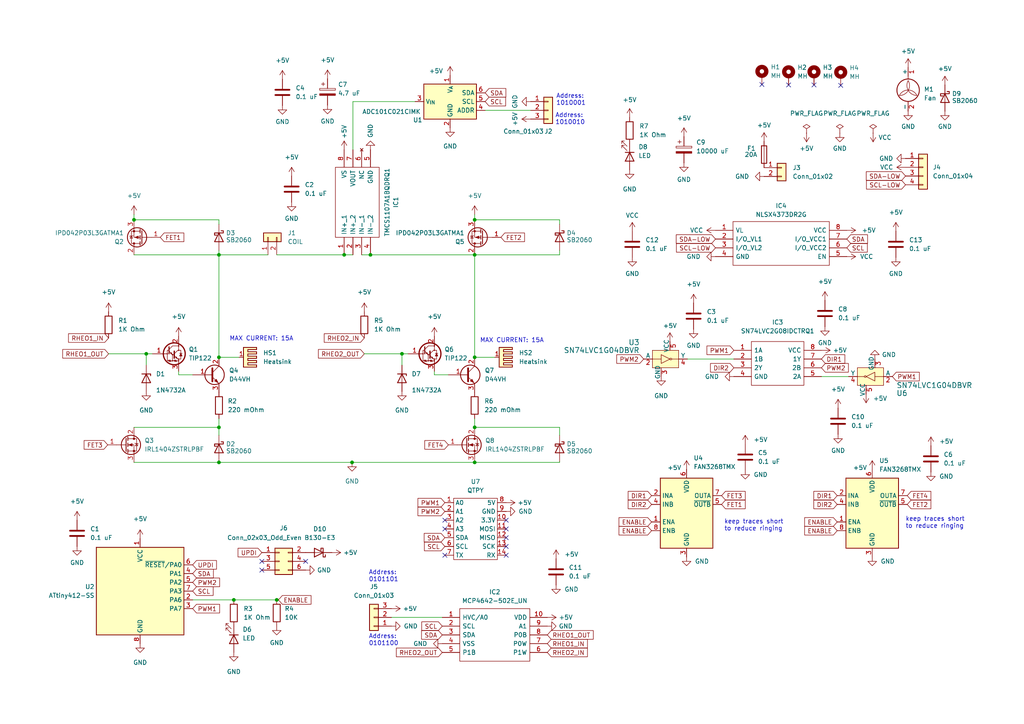
<source format=kicad_sch>
(kicad_sch (version 20211123) (generator eeschema)
  (paper "A4")
  (junction (at 38.862 63.754))
  (junction (at 63.5 123.952))
  (junction (at 116.586 102.616))
  (junction (at 67.818 173.99))
  (junction (at 137.668 73.914))
  (junction (at 137.668 134.112))
  (junction (at 107.442 73.914))
  (junction (at 99.822 73.914))
  (junction (at 42.418 102.616))
  (junction (at 63.5 73.914))
  (junction (at 80.264 173.99))
  (junction (at 137.668 63.754))
  (junction (at 137.668 103.632))
  (junction (at 102.108 134.112))
  (junction (at 63.5 103.632))
  (junction (at 137.668 123.952))
  (junction (at 63.5 134.112))
  (no_connect (at 75.946 162.814))
  (no_connect (at 88.646 162.814))
  (no_connect (at 75.946 165.354))
  (no_connect (at 220.98 24.511))
  (no_connect (at 228.727 24.638))
  (no_connect (at 236.093 24.638))
  (no_connect (at 243.84 24.765))
  (no_connect (at 129.032 161.036))
  (no_connect (at 129.032 153.416))
  (no_connect (at 129.032 150.876))
  (no_connect (at 146.812 150.876))
  (no_connect (at 146.812 153.416))
  (no_connect (at 146.812 155.956))
  (no_connect (at 146.812 158.496))
  (no_connect (at 146.812 161.036))
  (wire (pts (xy 113.538 179.07) (xy 128.27 179.07)))
  (wire (pts (xy 63.5 103.632) (xy 69.342 103.632)))
  (wire (pts (xy 137.668 123.952) (xy 162.306 123.952)))
  (wire (pts (xy 105.664 102.616) (xy 116.586 102.616)))
  (wire (pts (xy 137.668 62.23) (xy 137.668 63.754)))
  (wire (pts (xy 137.668 73.914) (xy 162.306 73.914)))
  (wire (pts (xy 67.818 173.99) (xy 80.264 173.99)))
  (wire (pts (xy 102.362 43.434) (xy 102.362 29.464)))
  (wire (pts (xy 42.418 102.616) (xy 44.196 102.616)))
  (wire (pts (xy 102.362 29.464) (xy 120.396 29.464)))
  (wire (pts (xy 153.924 32.004) (xy 140.716 32.004)))
  (wire (pts (xy 38.862 62.23) (xy 38.862 63.754)))
  (wire (pts (xy 51.816 108.712) (xy 51.816 107.696)))
  (wire (pts (xy 63.5 73.914) (xy 77.724 73.914)))
  (wire (pts (xy 38.862 73.914) (xy 63.5 73.914)))
  (wire (pts (xy 130.048 108.712) (xy 125.984 108.712)))
  (wire (pts (xy 99.822 73.914) (xy 102.362 73.914)))
  (wire (pts (xy 31.496 102.616) (xy 42.418 102.616)))
  (wire (pts (xy 107.442 73.914) (xy 137.668 73.914)))
  (wire (pts (xy 38.862 63.754) (xy 63.5 63.754)))
  (wire (pts (xy 137.668 134.112) (xy 162.306 134.112)))
  (wire (pts (xy 80.264 173.99) (xy 80.772 173.99)))
  (wire (pts (xy 104.902 73.914) (xy 107.442 73.914)))
  (wire (pts (xy 137.668 73.914) (xy 137.668 103.632)))
  (wire (pts (xy 63.5 65.024) (xy 63.5 63.754)))
  (wire (pts (xy 63.5 133.858) (xy 63.5 134.112)))
  (wire (pts (xy 162.306 65.024) (xy 162.306 63.754)))
  (wire (pts (xy 80.264 73.914) (xy 99.822 73.914)))
  (wire (pts (xy 63.5 126.238) (xy 63.5 123.952)))
  (wire (pts (xy 125.984 108.712) (xy 125.984 107.696)))
  (wire (pts (xy 238.252 109.22) (xy 246.126 109.22)))
  (wire (pts (xy 137.668 121.412) (xy 137.668 123.952)))
  (wire (pts (xy 55.88 108.712) (xy 51.816 108.712)))
  (wire (pts (xy 116.586 102.616) (xy 116.586 105.918)))
  (wire (pts (xy 63.5 73.914) (xy 63.5 72.644)))
  (wire (pts (xy 137.668 63.754) (xy 162.306 63.754)))
  (wire (pts (xy 162.306 126.238) (xy 162.306 123.952)))
  (wire (pts (xy 38.862 134.112) (xy 63.5 134.112)))
  (wire (pts (xy 116.586 102.616) (xy 118.364 102.616)))
  (wire (pts (xy 199.39 104.14) (xy 212.852 104.14)))
  (wire (pts (xy 102.108 134.112) (xy 137.668 134.112)))
  (wire (pts (xy 63.5 121.412) (xy 63.5 123.952)))
  (wire (pts (xy 38.862 123.952) (xy 63.5 123.952)))
  (wire (pts (xy 162.306 73.914) (xy 162.306 72.644)))
  (wire (pts (xy 42.418 102.616) (xy 42.418 105.918)))
  (wire (pts (xy 63.5 73.914) (xy 63.5 103.632)))
  (wire (pts (xy 55.88 173.99) (xy 67.818 173.99)))
  (wire (pts (xy 137.668 103.632) (xy 143.51 103.632)))
  (wire (pts (xy 162.306 133.858) (xy 162.306 134.112)))
  (wire (pts (xy 63.5 134.112) (xy 102.108 134.112)))
  (text "Address:\n0101101" (at 106.934 168.91 0) (effects (font (size 1.27 1.27)) (justify left bottom)))
  (text "MAX CURRENT: 15A" (at 139.192 99.568 0) (effects (font (size 1.27 1.27)) (justify left bottom)))
  (text "keep traces short\nto reduce ringing" (at 210.058 154.178 0) (effects (font (size 1.27 1.27)) (justify left bottom)))
  (text "Address:\n1010001" (at 161.29 30.734 0) (effects (font (size 1.27 1.27)) (justify left bottom)))
  (text "Address:\n1010010" (at 161.036 36.322 0) (effects (font (size 1.27 1.27)) (justify left bottom)))
  (text "MAX CURRENT: 15A" (at 66.548 99.06 0) (effects (font (size 1.27 1.27)) (justify left bottom)))
  (text "keep traces short\nto reduce ringing" (at 262.636 153.416 0) (effects (font (size 1.27 1.27)) (justify left bottom)))
  (text "Address:\n0101100" (at 106.934 187.452 0) (effects (font (size 1.27 1.27)) (justify left bottom)))
  (global_label "UPDI" (shape input) (at 75.946 160.274 180) (property "Intersheet References" "${INTERSHEET_REFS}" (effects hide)))
  (global_label "RHEO2_OUT" (shape input) (at 105.664 102.616 180) (property "Intersheet References" "${INTERSHEET_REFS}" (effects hide)))
  (global_label "RHEO1_IN" (shape input) (at 158.75 186.69 0) (property "Intersheet References" "${INTERSHEET_REFS}" (effects hide)))
  (global_label "FET2" (shape input) (at 145.288 68.834 0) (property "Intersheet References" "${INTERSHEET_REFS}" (effects hide)))
  (global_label "DIR2" (shape input) (at 188.976 146.304 180) (property "Intersheet References" "${INTERSHEET_REFS}" (effects hide)))
  (global_label "RHEO2_IN" (shape input) (at 158.75 189.23 0) (property "Intersheet References" "${INTERSHEET_REFS}" (effects hide)))
  (global_label "RHEO2_IN" (shape input) (at 105.664 98.044 180) (property "Intersheet References" "${INTERSHEET_REFS}" (effects hide)))
  (global_label "ENABLE" (shape input) (at 242.824 151.384 180) (property "Intersheet References" "${INTERSHEET_REFS}" (effects hide)))
  (global_label "PWM2" (shape input) (at 129.032 148.336 180) (property "Intersheet References" "${INTERSHEET_REFS}" (effects hide)))
  (global_label "DIR1" (shape input) (at 242.824 143.764 180) (property "Intersheet References" "${INTERSHEET_REFS}" (effects hide)))
  (global_label "SDA-LOW" (shape input) (at 262.636 51.054 180) (property "Intersheet References" "${INTERSHEET_REFS}" (effects hide)))
  (global_label "SCL-LOW" (shape input) (at 262.636 53.594 180) (property "Intersheet References" "${INTERSHEET_REFS}" (effects hide)))
  (global_label "RHEO1_IN" (shape input) (at 31.496 98.044 180) (property "Intersheet References" "${INTERSHEET_REFS}" (effects hide)))
  (global_label "PWM2" (shape input) (at 55.88 168.91 0) (property "Intersheet References" "${INTERSHEET_REFS}" (effects hide)))
  (global_label "PWM1" (shape input) (at 55.88 176.53 0) (property "Intersheet References" "${INTERSHEET_REFS}" (effects hide)))
  (global_label "RHEO1_OUT" (shape input) (at 158.75 184.15 0) (property "Intersheet References" "${INTERSHEET_REFS}" (effects hide)))
  (global_label "FET3" (shape input) (at 31.242 129.032 180) (property "Intersheet References" "${INTERSHEET_REFS}" (effects hide)))
  (global_label "SCL" (shape input) (at 129.032 158.496 180) (property "Intersheet References" "${INTERSHEET_REFS}" (effects hide)))
  (global_label "FET2" (shape input) (at 263.144 146.304 0) (property "Intersheet References" "${INTERSHEET_REFS}" (effects hide)))
  (global_label "PWM2" (shape input) (at 186.69 104.14 180) (property "Intersheet References" "${INTERSHEET_REFS}" (effects hide)))
  (global_label "SCL" (shape input) (at 140.716 29.464 0) (property "Intersheet References" "${INTERSHEET_REFS}" (effects hide)))
  (global_label "SDA" (shape input) (at 245.618 69.342 0) (property "Intersheet References" "${INTERSHEET_REFS}" (effects hide)))
  (global_label "ENABLE" (shape input) (at 188.976 151.384 180) (property "Intersheet References" "${INTERSHEET_REFS}" (effects hide)))
  (global_label "SDA" (shape input) (at 128.27 184.15 180) (property "Intersheet References" "${INTERSHEET_REFS}" (effects hide)))
  (global_label "SDA" (shape input) (at 140.716 26.924 0) (property "Intersheet References" "${INTERSHEET_REFS}" (effects hide)))
  (global_label "FET3" (shape input) (at 209.296 143.764 0) (property "Intersheet References" "${INTERSHEET_REFS}" (effects hide)))
  (global_label "ENABLE" (shape input) (at 242.824 153.924 180) (property "Intersheet References" "${INTERSHEET_REFS}" (effects hide)))
  (global_label "DIR1" (shape input) (at 238.252 104.14 0) (property "Intersheet References" "${INTERSHEET_REFS}" (effects hide)))
  (global_label "PWM1" (shape input) (at 212.852 101.6 180) (property "Intersheet References" "${INTERSHEET_REFS}" (effects hide)))
  (global_label "RHEO2_OUT" (shape input) (at 128.27 189.23 180) (property "Intersheet References" "${INTERSHEET_REFS}" (effects hide)))
  (global_label "FET1" (shape input) (at 209.296 146.304 0) (property "Intersheet References" "${INTERSHEET_REFS}" (effects hide)))
  (global_label "PWM1" (shape input) (at 258.826 109.22 0) (property "Intersheet References" "${INTERSHEET_REFS}" (effects hide)))
  (global_label "PWM2" (shape input) (at 238.252 106.68 0) (property "Intersheet References" "${INTERSHEET_REFS}" (effects hide)))
  (global_label "FET4" (shape input) (at 263.144 143.764 0) (property "Intersheet References" "${INTERSHEET_REFS}" (effects hide)))
  (global_label "DIR1" (shape input) (at 188.976 143.764 180) (property "Intersheet References" "${INTERSHEET_REFS}" (effects hide)))
  (global_label "SDA" (shape input) (at 129.032 155.956 180) (property "Intersheet References" "${INTERSHEET_REFS}" (effects hide)))
  (global_label "FET1" (shape input) (at 46.482 68.834 0) (property "Intersheet References" "${INTERSHEET_REFS}" (effects hide)))
  (global_label "SCL" (shape input) (at 128.27 181.61 180) (property "Intersheet References" "${INTERSHEET_REFS}" (effects hide)))
  (global_label "SCL" (shape input) (at 55.88 171.45 0) (property "Intersheet References" "${INTERSHEET_REFS}" (effects hide)))
  (global_label "SDA" (shape input) (at 55.88 166.37 0) (property "Intersheet References" "${INTERSHEET_REFS}" (effects hide)))
  (global_label "DIR2" (shape input) (at 212.852 106.68 180) (property "Intersheet References" "${INTERSHEET_REFS}" (effects hide)))
  (global_label "RHEO1_OUT" (shape input) (at 31.496 102.616 180) (property "Intersheet References" "${INTERSHEET_REFS}" (effects hide)))
  (global_label "ENABLE" (shape input) (at 80.772 173.99 0) (property "Intersheet References" "${INTERSHEET_REFS}" (effects hide)))
  (global_label "FET4" (shape input) (at 130.048 129.032 180) (property "Intersheet References" "${INTERSHEET_REFS}" (effects hide)))
  (global_label "UPDI" (shape input) (at 55.88 163.83 0) (property "Intersheet References" "${INTERSHEET_REFS}" (effects hide)))
  (global_label "PWM1" (shape input) (at 129.032 145.796 180) (property "Intersheet References" "${INTERSHEET_REFS}" (effects hide)))
  (global_label "SDA-LOW" (shape input) (at 207.518 69.342 180) (property "Intersheet References" "${INTERSHEET_REFS}" (effects hide)))
  (global_label "ENABLE" (shape input) (at 188.976 153.924 180) (property "Intersheet References" "${INTERSHEET_REFS}" (effects hide)))
  (global_label "DIR2" (shape input) (at 242.824 146.304 180) (property "Intersheet References" "${INTERSHEET_REFS}" (effects hide)))
  (global_label "SCL" (shape input) (at 245.618 71.882 0) (property "Intersheet References" "${INTERSHEET_REFS}" (effects hide)))
  (global_label "SCL-LOW" (shape input) (at 207.518 71.882 180) (property "Intersheet References" "${INTERSHEET_REFS}" (effects hide)))
  (symbol (lib_id "power:+5V") (at 137.668 62.23 0) (unit 1)
    (property "Reference" "#PWR014" (effects hide))
    (property "Value" "+5V" (at 137.668 56.769 0))
  )
  (symbol (lib_id "power:GND") (at 253.746 104.14 180) (unit 1)
    (property "Reference" "#PWR0111" (effects hide))
    (property "Value" "GND" (at 255.778 102.8699 0) (effects (justify right)))
  )
  (symbol (lib_id "Device:R") (at 182.626 37.846 0) (unit 1)
    (property "Reference" "R7" (at 185.42 36.5759 0) (effects (justify left)))
    (property "Value" "1K Ohm" (at 185.42 39.1159 0) (effects (justify left)))
    (property "Footprint" "Resistor_SMD:R_0805_2012Metric_Pad1.20x1.40mm_HandSolder" (effects hide))
    (property "DigiKey" "CHP0805-FX-1001ELFCT-ND" (effects hide))
  )
  (symbol (lib_id "power:GND") (at 22.352 158.496 0) (unit 1)
    (property "Reference" "#PWR05" (effects hide))
    (property "Value" "GND" (at 22.352 163.195 0))
  )
  (symbol (lib_id "power:GND") (at 212.852 109.22 270) (unit 1)
    (property "Reference" "#PWR031" (effects hide))
    (property "Value" "GND" (at 208.534 109.2199 90) (effects (justify right)))
  )
  (symbol (lib_id "power:GND") (at 81.915 30.607 0) (unit 1)
    (property "Reference" "#PWR0126" (effects hide))
    (property "Value" "GND" (at 81.915 35.306 0))
  )
  (symbol (lib_id "power:GND") (at 259.842 74.676 0) (unit 1)
    (property "Reference" "#PWR0122" (effects hide))
    (property "Value" "GND" (at 259.842 79.375 0))
  )
  (symbol (lib_id "Device:C") (at 22.352 154.686 0) (unit 1)
    (property "Reference" "C1" (at 26.162 153.4159 0) (effects (justify left)))
    (property "Value" "0.1 uF" (at 26.162 155.9559 0) (effects (justify left)))
    (property "Footprint" "Capacitor_SMD:C_0805_2012Metric_Pad1.18x1.45mm_HandSolder" (effects hide))
    (property "DigiKey" "399-C0805C104K8RAC7800CT-ND" (effects hide))
  )
  (symbol (lib_id "power:GND") (at 158.75 181.61 90) (unit 1)
    (property "Reference" "#PWR0102" (effects hide))
    (property "Value" "GND" (at 162.052 181.6099 90) (effects (justify right)))
  )
  (symbol (lib_id "power:GND") (at 191.77 109.22 0) (unit 1)
    (property "Reference" "#PWR021" (effects hide))
    (property "Value" "GND" (at 191.77 114.808 0))
  )
  (symbol (lib_id "Connector_Generic:Conn_02x03_Odd_Even") (at 81.026 162.814 0) (unit 1) (in_bom no)
    (property "Reference" "J6" (at 82.296 153.162 0))
    (property "Value" "Conn_02x03_Odd_Even" (at 76.708 155.956 0))
    (property "Footprint" "Connector_PinHeader_2.54mm:PinHeader_2x03_P2.54mm_Vertical" (effects hide))
  )
  (symbol (lib_id "power:+5V") (at 161.29 162.052 0) (unit 1)
    (property "Reference" "#PWR0114" (effects hide))
    (property "Value" "+5V" (at 163.703 160.7819 0) (effects (justify left)))
  )
  (symbol (lib_id "NLSX4373DR2G:NLSX4373DR2G") (at 207.518 66.802 0) (unit 1)
    (property "Reference" "IC4" (at 226.568 59.69 0))
    (property "Value" "NLSX4373DR2G" (at 226.568 62.23 0))
    (property "Footprint" "Package_SO:SOIC-8_3.9x4.9mm_P1.27mm" (effects hide))
    (property "Datasheet" "http://www.onsemi.com/pub/Collateral/NLSX4373-D.PDF" (effects hide))
    (property "Description" "2-Bit 20 Mb/s Dual-Supply Level Translator" (effects hide))
    (property "Height" "1.75" (effects hide))
    (property "Manufacturer_Name" "onsemi" (effects hide))
    (property "Manufacturer_Part_Number" "NLSX4373DR2G" (effects hide))
    (property "Mouser Part Number" "863-NLSX4373DR2G" (effects hide))
    (property "Mouser Price/Stock" "https://www.mouser.co.uk/ProductDetail/onsemi/NLSX4373DR2G?qs=zXUFZjqEZiiEfIwrZ45LUw%3D%3D" (effects hide))
    (property "Arrow Part Number" "NLSX4373DR2G" (effects hide))
    (property "Arrow Price/Stock" "https://www.arrow.com/en/products/nlsx4373dr2g/on-semiconductor?region=nac" (effects hide))
  )
  (symbol (lib_id "power:+5V") (at 40.64 156.21 0) (unit 1)
    (property "Reference" "#PWR06" (effects hide))
    (property "Value" "+5V" (at 40.64 150.495 0))
  )
  (symbol (lib_id "QTPY:QTPY") (at 137.922 153.416 0) (unit 1)
    (property "Reference" "U7" (at 137.922 139.7 0))
    (property "Value" "QTPY" (at 137.922 142.24 0))
    (property "Footprint" "QTPY:QTPY-RP2040" (effects hide))
  )
  (symbol (lib_id "power:VCC") (at 207.518 66.802 90) (unit 1)
    (property "Reference" "#PWR0117" (effects hide))
    (property "Value" "VCC" (at 203.962 66.8019 90) (effects (justify left)))
  )
  (symbol (lib_id "Diode:1N47xxA") (at 42.418 109.728 270) (unit 1)
    (property "Reference" "D1" (at 45.212 108.4579 90) (effects (justify left)))
    (property "Value" "1N4732A" (at 45.212 113.1569 90) (effects (justify left)))
    (property "Footprint" "Diode_THT:D_DO-41_SOD81_P10.16mm_Horizontal" (effects hide))
    (property "Datasheet" "https://www.vishay.com/docs/85816/1n4728a.pdf" (effects hide))
    (property "DigiKey" "1N4732AFSCT-ND" (effects hide))
  )
  (symbol (lib_id "power:+5V") (at 146.812 145.796 270) (unit 1)
    (property "Reference" "#PWR0135" (effects hide))
    (property "Value" "+5V" (at 150.114 145.7959 90) (effects (justify left)))
  )
  (symbol (lib_id "dk_Logic-Gates-and-Inverters:SN74LVC1G04DBVR") (at 251.206 109.22 180) (unit 1)
    (property "Reference" "U6" (at 261.62 114.046 0) (effects (font (size 1.524 1.524))))
    (property "Value" "SN74LVC1G04DBVR" (at 271.018 111.76 0) (effects (font (size 1.524 1.524))))
    (property "Footprint" "digikey-footprints:SOT-753" (effects hide))
    (property "Datasheet" "http://www.ti.com/general/docs/suppproductinfo.tsp?distId=10&gotoUrl=http%3A%2F%2Fwww.ti.com%2Flit%2Fgpn%2Fsn74lvc1g04" (effects hide))
    (property "Digi-Key_PN" "296-11599-1-ND" (effects hide))
    (property "MPN" "SN74LVC1G04DBVR" (effects hide))
    (property "Category" "Integrated Circuits (ICs)" (effects hide))
    (property "Family" "Logic - Gates and Inverters" (effects hide))
    (property "DK_Datasheet_Link" "http://www.ti.com/general/docs/suppproductinfo.tsp?distId=10&gotoUrl=http%3A%2F%2Fwww.ti.com%2Flit%2Fgpn%2Fsn74lvc1g04" (effects hide))
    (property "DK_Detail_Page" "/product-detail/en/texas-instruments/SN74LVC1G04DBVR/296-11599-1-ND/385738" (effects hide))
    (property "Description" "IC INVERTER 1CH 1-INP SOT23-5" (effects hide))
    (property "Manufacturer" "Texas Instruments" (effects hide))
    (property "Status" "Active" (effects hide))
    (property "DigiKey" "296-11599-1-ND" (effects hide))
  )
  (symbol (lib_id "power:+5V") (at 153.924 34.544 90) (unit 1)
    (property "Reference" "#PWR09" (effects hide))
    (property "Value" "+5V" (at 149.352 34.544 0))
  )
  (symbol (lib_id "Device:C") (at 259.842 70.866 0) (unit 1)
    (property "Reference" "C13" (at 263.652 69.5959 0) (effects (justify left)))
    (property "Value" "0.1 uF" (at 263.652 72.1359 0) (effects (justify left)))
    (property "Footprint" "Capacitor_SMD:C_0805_2012Metric_Pad1.18x1.45mm_HandSolder" (effects hide))
    (property "DigiKey" "399-C0805C104K8RAC7800CT-ND" (effects hide))
  )
  (symbol (lib_id "power:+5V") (at 22.352 150.876 0) (unit 1)
    (property "Reference" "#PWR02" (effects hide))
    (property "Value" "+5V" (at 22.352 145.415 0))
  )
  (symbol (lib_id "power:PWR_FLAG") (at 233.934 38.608 0) (unit 1)
    (property "Reference" "#FLG0101" (effects hide))
    (property "Value" "PWR_FLAG" (at 233.934 32.893 0))
  )
  (symbol (lib_id "power:+5V") (at 239.268 87.122 0) (unit 1)
    (property "Reference" "#PWR045" (effects hide))
    (property "Value" "+5V" (at 239.268 81.661 0))
  )
  (symbol (lib_id "power:GND") (at 216.154 136.398 0) (unit 1)
    (property "Reference" "#PWR038" (effects hide))
    (property "Value" "GND" (at 218.567 137.6679 0) (effects (justify left)))
  )
  (symbol (lib_id "power:GND") (at 153.924 29.464 270) (unit 1)
    (property "Reference" "#PWR01" (effects hide))
    (property "Value" "GND" (at 149.352 29.464 0))
  )
  (symbol (lib_id "power:GND") (at 183.388 74.676 0) (unit 1)
    (property "Reference" "#PWR0115" (effects hide))
    (property "Value" "GND" (at 183.388 79.375 0))
  )
  (symbol (lib_id "Diode:B130-E3") (at 92.456 160.274 180) (unit 1)
    (property "Reference" "D10" (at 92.7735 153.416 0))
    (property "Value" "B130-E3" (at 92.7735 155.956 0))
    (property "Footprint" "Diode_SMD:D_SMA" (effects hide))
    (property "Datasheet" "http://www.vishay.com/docs/88946/b120.pdf" (effects hide))
    (property "DigiKey" "B130-E3/5ATGICT-ND" (effects hide))
  )
  (symbol (lib_id "Device:D_Schottky") (at 162.306 68.834 270) (unit 1)
    (property "Reference" "D4" (at 164.338 67.564 90) (effects (justify left)))
    (property "Value" "SB2060" (at 164.338 69.596 90) (effects (justify left)))
    (property "Footprint" "Diode_THT:D_DO-201AD_P12.70mm_Horizontal" (effects hide))
    (property "DigiKey" "1655-SB2060CT-ND" (effects hide))
  )
  (symbol (lib_id "power:+5V") (at 94.996 22.86 0) (unit 1)
    (property "Reference" "#PWR0123" (effects hide))
    (property "Value" "+5V" (at 94.996 17.399 0))
  )
  (symbol (lib_id "power:GND") (at 146.812 148.336 90) (unit 1)
    (property "Reference" "#PWR0134" (effects hide))
    (property "Value" "GND" (at 150.368 148.3359 90) (effects (justify right)))
  )
  (symbol (lib_id "Device:LED") (at 182.626 45.466 270) (unit 1)
    (property "Reference" "D8" (at 185.166 42.6084 90) (effects (justify left)))
    (property "Value" "LED" (at 185.166 45.1484 90) (effects (justify left)))
    (property "Footprint" "LED_SMD:LED_0805_2012Metric_Pad1.15x1.40mm_HandSolder" (effects hide))
    (property "DigiKey" "475-1410-1-ND" (effects hide))
  )
  (symbol (lib_id "power:+5V") (at 251.206 114.3 180) (unit 1)
    (property "Reference" "#PWR0112" (effects hide))
    (property "Value" "+5V" (at 253.238 115.5699 0) (effects (justify right)))
  )
  (symbol (lib_id "Connector_Generic:Conn_01x03") (at 159.004 32.004 0) (unit 1) (in_bom no)
    (property "Reference" "J2" (at 160.2741 38.1 0) (effects (justify right)))
    (property "Value" "Conn_01x03" (at 157.7341 38.1 0) (effects (justify right)))
    (property "Footprint" "Connector_PinHeader_2.54mm:PinHeader_1x03_P2.54mm_Vertical" (effects hide))
  )
  (symbol (lib_id "power:GND") (at 80.264 181.61 0) (unit 1)
    (property "Reference" "#PWR027" (effects hide))
    (property "Value" "GND" (at 80.264 186.436 0))
  )
  (symbol (lib_id "power:+5V") (at 263.398 19.558 0) (unit 1)
    (property "Reference" "#PWR0130" (effects hide))
    (property "Value" "+5V" (at 263.398 14.859 0))
  )
  (symbol (lib_id "dk_Logic-Gates-and-Inverters:SN74LVC1G04DBVR") (at 194.31 104.14 0) (unit 1)
    (property "Reference" "U3" (at 183.896 99.314 0) (effects (font (size 1.524 1.524))))
    (property "Value" "SN74LVC1G04DBVR" (at 174.498 101.6 0) (effects (font (size 1.524 1.524))))
    (property "Footprint" "digikey-footprints:SOT-753" (effects hide))
    (property "Datasheet" "http://www.ti.com/general/docs/suppproductinfo.tsp?distId=10&gotoUrl=http%3A%2F%2Fwww.ti.com%2Flit%2Fgpn%2Fsn74lvc1g04" (effects hide))
    (property "Digi-Key_PN" "296-11599-1-ND" (effects hide))
    (property "MPN" "SN74LVC1G04DBVR" (effects hide))
    (property "Category" "Integrated Circuits (ICs)" (effects hide))
    (property "Family" "Logic - Gates and Inverters" (effects hide))
    (property "DK_Datasheet_Link" "http://www.ti.com/general/docs/suppproductinfo.tsp?distId=10&gotoUrl=http%3A%2F%2Fwww.ti.com%2Flit%2Fgpn%2Fsn74lvc1g04" (effects hide))
    (property "DK_Detail_Page" "/product-detail/en/texas-instruments/SN74LVC1G04DBVR/296-11599-1-ND/385738" (effects hide))
    (property "Description" "IC INVERTER 1CH 1-INP SOT23-5" (effects hide))
    (property "Manufacturer" "Texas Instruments" (effects hide))
    (property "Status" "Active" (effects hide))
    (property "DigiKey" "296-11599-1-ND" (effects hide))
  )
  (symbol (lib_id "Device:C") (at 270.002 133.096 0) (unit 1)
    (property "Reference" "C6" (at 273.685 131.8259 0) (effects (justify left)))
    (property "Value" "0.1 uF" (at 273.685 134.3659 0) (effects (justify left)))
    (property "Footprint" "Capacitor_SMD:C_0805_2012Metric_Pad1.18x1.45mm_HandSolder" (effects hide))
    (property "DigiKey" "399-C0805C104K8RAC7800CT-ND" (effects hide))
  )
  (symbol (lib_id "Transistor_BJT:TIP122") (at 49.276 102.616 0) (unit 1)
    (property "Reference" "Q1" (at 54.737 101.3459 0) (effects (justify left)))
    (property "Value" "TIP122" (at 54.737 103.8859 0) (effects (justify left)))
    (property "Footprint" "Package_TO_SOT_THT:TO-220-3_Horizontal_TabDown" (effects hide))
    (property "Datasheet" "https://www.onsemi.com/pub/Collateral/TIP120-D.PDF" (effects hide))
    (property "DigiKey" "TIP122GOS-ND" (effects hide))
  )
  (symbol (lib_id "Device:D_Schottky") (at 63.5 68.834 270) (unit 1)
    (property "Reference" "D3" (at 65.532 67.564 90) (effects (justify left)))
    (property "Value" "SB2060" (at 65.532 69.596 90) (effects (justify left)))
    (property "Footprint" "Diode_THT:D_DO-201AD_P12.70mm_Horizontal" (effects hide))
    (property "DigiKey" "1655-SB2060CT-ND" (effects hide))
  )
  (symbol (lib_id "Driver_FET:FAN3268") (at 252.984 148.844 0) (unit 1)
    (property "Reference" "U5" (at 255.0034 133.604 0) (effects (justify left)))
    (property "Value" "FAN3268TMX" (at 255.0034 136.144 0) (effects (justify left)))
    (property "Footprint" "Package_SO:SOIC-8_3.9x4.9mm_P1.27mm" (effects hide))
    (property "Datasheet" "https://www.onsemi.com/pdf/datasheet/fan3268-d.pdf" (effects hide))
    (property "DigiKey" "FAN3268TMXCT-ND" (effects hide))
  )
  (symbol (lib_id "Diode:1N47xxA") (at 116.586 109.728 270) (unit 1)
    (property "Reference" "D7" (at 119.38 108.4579 90) (effects (justify left)))
    (property "Value" "1N4732A" (at 119.38 113.1569 90) (effects (justify left)))
    (property "Footprint" "Diode_THT:D_DO-41_SOD81_P10.16mm_Horizontal" (effects hide))
    (property "Datasheet" "https://www.vishay.com/docs/85816/1n4728a.pdf" (effects hide))
    (property "DigiKey" "1N4732AFSCT-ND" (effects hide))
  )
  (symbol (lib_id "Mechanical:Heatsink_Pad") (at 71.882 103.632 270) (unit 1)
    (property "Reference" "HS1" (at 76.327 102.3492 90) (effects (justify left)))
    (property "Value" "Heatsink" (at 76.327 104.8892 90) (effects (justify left)))
    (property "Footprint" "Heatsink:Heatsink_Fischer_SK104-STC-STIC_35x13mm_2xDrill2.5mm" (effects hide))
    (property "DigiKey" "HS403-ND" (effects hide))
  )
  (symbol (lib_id "Device:LED") (at 67.818 185.42 270) (unit 1)
    (property "Reference" "D6" (at 70.358 182.5624 90) (effects (justify left)))
    (property "Value" "LED" (at 70.358 185.1024 90) (effects (justify left)))
    (property "Footprint" "LED_SMD:LED_0805_2012Metric_Pad1.15x1.40mm_HandSolder" (effects hide))
    (property "DigiKey" "475-1410-1-ND" (effects hide))
  )
  (symbol (lib_id "power:+5V") (at 274.066 24.638 0) (unit 1)
    (property "Reference" "#PWR0132" (effects hide))
    (property "Value" "+5V" (at 274.066 19.939 0))
  )
  (symbol (lib_id "Device:C") (at 201.168 91.694 0) (unit 1)
    (property "Reference" "C3" (at 204.978 90.4239 0) (effects (justify left)))
    (property "Value" "0.1 uF" (at 204.978 92.9639 0) (effects (justify left)))
    (property "Footprint" "Capacitor_SMD:C_0805_2012Metric_Pad1.18x1.45mm_HandSolder" (effects hide))
    (property "DigiKey" "399-C0805C104K8RAC7800CT-ND" (effects hide))
  )
  (symbol (lib_id "power:+5V") (at 243.078 118.364 0) (unit 1)
    (property "Reference" "#PWR0109" (effects hide))
    (property "Value" "+5V" (at 243.078 112.903 0))
  )
  (symbol (lib_id "power:GND") (at 243.078 125.984 0) (unit 1)
    (property "Reference" "#PWR0110" (effects hide))
    (property "Value" "GND" (at 243.078 130.683 0))
  )
  (symbol (lib_id "power:+5V") (at 270.002 129.286 0) (unit 1)
    (property "Reference" "#PWR039" (effects hide))
    (property "Value" "+5V" (at 272.415 128.0159 0) (effects (justify left)))
  )
  (symbol (lib_id "power:GND") (at 113.538 181.61 90) (unit 1)
    (property "Reference" "#PWR013" (effects hide))
    (property "Value" "GND" (at 117.094 181.6099 90) (effects (justify right)))
  )
  (symbol (lib_id "Driver_FET:FAN3268") (at 199.136 148.844 0) (unit 1)
    (property "Reference" "U4" (at 201.1554 132.842 0) (effects (justify left)))
    (property "Value" "FAN3268TMX" (at 201.1554 135.382 0) (effects (justify left)))
    (property "Footprint" "Package_SO:SOIC-8_3.9x4.9mm_P1.27mm" (effects hide))
    (property "Datasheet" "https://www.onsemi.com/pdf/datasheet/fan3268-d.pdf" (effects hide))
    (property "DigiKey" "FAN3268TMXCT-ND" (effects hide))
  )
  (symbol (lib_id "power:GND") (at 201.168 95.504 0) (unit 1)
    (property "Reference" "#PWR018" (effects hide))
    (property "Value" "GND" (at 201.168 100.203 0))
  )
  (symbol (lib_id "power:GND") (at 182.626 49.276 0) (unit 1)
    (property "Reference" "#PWR0107" (effects hide))
    (property "Value" "GND" (at 182.626 54.864 0))
  )
  (symbol (lib_id "power:GND") (at 130.556 37.084 0) (unit 1)
    (property "Reference" "#PWR03" (effects hide))
    (property "Value" "GND" (at 130.556 42.418 0))
  )
  (symbol (lib_id "Device:C") (at 161.29 165.862 0) (unit 1)
    (property "Reference" "C11" (at 164.973 164.5919 0) (effects (justify left)))
    (property "Value" "0.1 uF" (at 164.973 167.1319 0) (effects (justify left)))
    (property "Footprint" "Capacitor_SMD:C_0805_2012Metric_Pad1.18x1.45mm_HandSolder" (effects hide))
    (property "DigiKey" "399-C0805C104K8RAC7800CT-ND" (effects hide))
  )
  (symbol (lib_id "Device:C") (at 84.582 54.864 0) (unit 1)
    (property "Reference" "C2" (at 88.392 53.5939 0) (effects (justify left)))
    (property "Value" "0.1 uF" (at 88.392 56.1339 0) (effects (justify left)))
    (property "Footprint" "Capacitor_SMD:C_0805_2012Metric_Pad1.18x1.45mm_HandSolder" (effects hide))
    (property "DigiKey" "399-C0805C104K8RAC7800CT-ND" (effects hide))
  )
  (symbol (lib_id "power:GND") (at 207.518 74.422 270) (unit 1)
    (property "Reference" "#PWR0105" (effects hide))
    (property "Value" "GND" (at 203.2 74.4219 90) (effects (justify right)))
  )
  (symbol (lib_id "Analog_ADC:ADC101C021CIMK") (at 130.556 29.464 0) (unit 1)
    (property "Reference" "U1" (at 121.158 34.798 0))
    (property "Value" "ADC101C021CIMK" (at 113.538 32.385 0))
    (property "Footprint" "Package_TO_SOT_SMD:SOT-23-6" (effects hide))
    (property "Datasheet" "https://www.ti.com/lit/ds/symlink/adc101c021.pdf" (effects hide))
    (property "DigiKey" "ADC101C021CIMK/NOPBCT-ND" (effects hide))
  )
  (symbol (lib_id "power:VCC") (at 253.238 38.608 180) (unit 1)
    (property "Reference" "#PWR042" (effects hide))
    (property "Value" "VCC" (at 254.762 39.8779 0) (effects (justify right)))
  )
  (symbol (lib_id "power:GND") (at 102.108 134.112 0) (unit 1)
    (property "Reference" "#PWR020" (effects hide))
    (property "Value" "GND" (at 102.108 139.573 0))
  )
  (symbol (lib_id "power:GND") (at 270.002 136.906 0) (unit 1)
    (property "Reference" "#PWR041" (effects hide))
    (property "Value" "GND" (at 272.415 138.1759 0) (effects (justify left)))
  )
  (symbol (lib_id "Device:Q_NPN_BCE") (at 60.96 108.712 0) (unit 1)
    (property "Reference" "Q4" (at 66.421 107.4419 0) (effects (justify left)))
    (property "Value" "D44VH" (at 66.421 109.9819 0) (effects (justify left)))
    (property "Footprint" "Package_TO_SOT_THT:TO-220-3_Vertical" (effects hide))
    (property "DigiKey" "D44VH10GOS-ND" (effects hide))
  )
  (symbol (lib_id "Device:Q_PMOS_GDS") (at 140.208 68.834 180) (unit 1)
    (property "Reference" "Q5" (at 134.747 70.1041 0) (effects (justify left)))
    (property "Value" "IPD042P03L3GATMA1" (at 134.747 67.5641 0) (effects (justify left)))
    (property "Footprint" "Package_TO_SOT_SMD:TO-252-2" (effects hide))
    (property "Datasheet" "https://www.infineon.com/dgdl/Infineon-IPD042P03L3_G-DS-v02_02-en.pdf?fileId=db3a30431d8a6b3c011d90c8c6e60425" (effects hide))
    (property "DigiKey" "IPD042P03L3GATMA1CT-ND" (effects hide))
  )
  (symbol (lib_id "power:+5V") (at 125.984 97.536 0) (unit 1)
    (property "Reference" "#PWR032" (effects hide))
    (property "Value" "+5V" (at 125.984 91.821 0))
  )
  (symbol (lib_id "power:+5V") (at 38.862 62.23 0) (unit 1)
    (property "Reference" "#PWR019" (effects hide))
    (property "Value" "+5V" (at 38.862 56.769 0))
  )
  (symbol (lib_id "power:GND") (at 116.586 113.538 0) (unit 1)
    (property "Reference" "#PWR030" (effects hide))
    (property "Value" "GND" (at 116.586 118.999 0))
  )
  (symbol (lib_id "Mechanical:MountingHole_Pad") (at 243.84 22.225 0) (unit 1) (in_bom no)
    (property "Reference" "H4" (at 246.38 19.6849 0) (effects (justify left)))
    (property "Value" "MH" (at 246.38 22.2249 0) (effects (justify left)))
    (property "Footprint" "MountingHole:MountingHole_3.2mm_M3_DIN965_Pad" (effects hide))
  )
  (symbol (lib_id "Device:R") (at 63.5 117.602 180) (unit 1)
    (property "Reference" "R2" (at 66.04 116.3319 0) (effects (justify right)))
    (property "Value" "220 mOhm" (at 66.04 118.8719 0) (effects (justify right)))
    (property "Footprint" "TerminalBlock:TerminalBlock_bornier-2_P5.08mm" (effects hide))
    (property "Datasheet" "https://www.te.com/commerce/DocumentDelivery/DDEController?Action=srchrtrv&DocNm=1773035&DocType=DS&DocLang=English" (effects hide))
    (property "DigiKey" "A102180-ND" (effects hide))
  )
  (symbol (lib_id "power:+5V") (at 113.538 176.53 270) (unit 1)
    (property "Reference" "#PWR010" (effects hide))
    (property "Value" "+5V" (at 116.84 176.5299 90) (effects (justify left)))
  )
  (symbol (lib_id "power:+5V") (at 199.136 136.144 0) (unit 1)
    (property "Reference" "#PWR033" (effects hide))
    (property "Value" "+5V" (at 193.548 135.636 0) (effects (justify left)))
  )
  (symbol (lib_id "power:GND") (at 199.136 161.544 0) (unit 1)
    (property "Reference" "#PWR034" (effects hide))
    (property "Value" "GND" (at 201.549 162.8139 0) (effects (justify left)))
  )
  (symbol (lib_id "power:GND") (at 274.066 32.258 0) (unit 1)
    (property "Reference" "#PWR0133" (effects hide))
    (property "Value" "GND" (at 274.066 36.703 0))
  )
  (symbol (lib_id "power:+5V") (at 31.496 90.424 0) (unit 1)
    (property "Reference" "#PWR07" (effects hide))
    (property "Value" "+5V" (at 31.496 84.709 0))
  )
  (symbol (lib_id "power:+5V") (at 198.374 39.624 0) (unit 1)
    (property "Reference" "#PWR0101" (effects hide))
    (property "Value" "+5V" (at 198.374 34.29 0))
  )
  (symbol (lib_id "power:PWR_FLAG") (at 243.586 38.608 0) (unit 1)
    (property "Reference" "#FLG0102" (effects hide))
    (property "Value" "PWR_FLAG" (at 243.586 32.893 0))
  )
  (symbol (lib_id "power:+5V") (at 233.934 38.608 180) (unit 1)
    (property "Reference" "#PWR0103" (effects hide))
    (property "Value" "+5V" (at 233.934 43.053 0))
  )
  (symbol (lib_id "Transistor_BJT:TIP122") (at 123.444 102.616 0) (unit 1)
    (property "Reference" "Q6" (at 128.905 101.3459 0) (effects (justify left)))
    (property "Value" "TIP122" (at 128.905 103.8859 0) (effects (justify left)))
    (property "Footprint" "Package_TO_SOT_THT:TO-220-3_Horizontal_TabDown" (effects hide))
    (property "Datasheet" "https://www.onsemi.com/pub/Collateral/TIP120-D.PDF" (effects hide))
    (property "DigiKey" "TIP122GOS-ND" (effects hide))
  )
  (symbol (lib_id "Connector_Generic:Conn_01x02") (at 226.695 48.641 0) (unit 1)
    (property "Reference" "J3" (at 229.87 48.6409 0) (effects (justify left)))
    (property "Value" "Conn_01x02" (at 229.87 51.1809 0) (effects (justify left)))
    (property "Footprint" "8PCV-02-006:8PCV02006" (effects hide))
    (property "DigiKey" "A98460-ND" (effects hide))
  )
  (symbol (lib_id "Connector_Generic:Conn_01x03") (at 108.458 179.07 180) (unit 1) (in_bom no)
    (property "Reference" "J5" (at 108.458 170.18 0))
    (property "Value" "Conn_01x03" (at 108.458 172.72 0))
    (property "Footprint" "Connector_PinHeader_2.54mm:PinHeader_1x03_P2.54mm_Vertical" (effects hide))
  )
  (symbol (lib_id "SN74LVC2G08IDCTRQ1:SN74LVC2G08IDCTRQ1") (at 212.852 101.6 0) (unit 1)
    (property "Reference" "IC3" (at 225.552 93.472 0))
    (property "Value" "SN74LVC2G08IDCTRQ1" (at 225.552 96.012 0))
    (property "Footprint" "Package_SO:MSOP-8_3x3mm_P0.65mm" (effects hide))
    (property "Datasheet" "http://www.ti.com/lit/ds/symlink/sn74lvc2g08-q1.pdf" (effects hide))
    (property "Description" "Automotive Catalog Dual 2-Input Positive-AND Gate" (effects hide))
    (property "Height" "1.3" (effects hide))
    (property "Manufacturer_Name" "Texas Instruments" (effects hide))
    (property "Manufacturer_Part_Number" "SN74LVC2G08IDCTRQ1" (effects hide))
    (property "Mouser Part Number" "595-SN74LVC2G08IDCQ1" (effects hide))
    (property "Mouser Price/Stock" "https://www.mouser.co.uk/ProductDetail/Texas-Instruments/SN74LVC2G08IDCTRQ1?qs=PVVDbbWpW3KSdFyXJoRnqw%3D%3D" (effects hide))
    (property "Arrow Part Number" "SN74LVC2G08IDCTRQ1" (effects hide))
    (property "Arrow Price/Stock" "https://www.arrow.com/en/products/sn74lvc2g08idctrq1/texas-instruments?region=nac" (effects hide))
    (property "DigiKey" "296-36980-1-ND" (effects hide))
  )
  (symbol (lib_id "Device:C") (at 243.078 122.174 0) (unit 1)
    (property "Reference" "C10" (at 246.888 120.9039 0) (effects (justify left)))
    (property "Value" "0.1 uF" (at 246.888 123.4439 0) (effects (justify left)))
    (property "Footprint" "Capacitor_SMD:C_0805_2012Metric_Pad1.18x1.45mm_HandSolder" (effects hide))
    (property "DigiKey" "399-C0805C104K8RAC7800CT-ND" (effects hide))
  )
  (symbol (lib_id "power:GND") (at 252.984 161.544 0) (unit 1)
    (property "Reference" "#PWR036" (effects hide))
    (property "Value" "GND" (at 255.397 162.8139 0) (effects (justify left)))
  )
  (symbol (lib_id "Device:R") (at 80.264 177.8 0) (unit 1)
    (property "Reference" "R4" (at 82.55 176.5299 0) (effects (justify left)))
    (property "Value" "10K" (at 82.55 179.0699 0) (effects (justify left)))
    (property "Footprint" "Resistor_SMD:R_0805_2012Metric_Pad1.20x1.40mm_HandSolder" (effects hide))
    (property "DigiKey" "RMCF0805FT10K0CT-ND" (effects hide))
  )
  (symbol (lib_id "Device:R") (at 31.496 94.234 0) (unit 1)
    (property "Reference" "R1" (at 34.29 92.9639 0) (effects (justify left)))
    (property "Value" "1K Ohm" (at 34.29 95.5039 0) (effects (justify left)))
    (property "Footprint" "Resistor_SMD:R_0805_2012Metric_Pad1.20x1.40mm_HandSolder" (effects hide))
    (property "DigiKey" "CHP0805-FX-1001ELFCT-ND" (effects hide))
  )
  (symbol (lib_id "power:GND") (at 161.29 169.672 0) (unit 1)
    (property "Reference" "#PWR0113" (effects hide))
    (property "Value" "GND" (at 163.703 170.9419 0) (effects (justify left)))
  )
  (symbol (lib_id "power:+5V") (at 51.816 97.536 0) (unit 1)
    (property "Reference" "#PWR017" (effects hide))
    (property "Value" "+5V" (at 51.816 91.821 0))
  )
  (symbol (lib_id "Mechanical:MountingHole_Pad") (at 228.727 22.098 0) (unit 1) (in_bom no)
    (property "Reference" "H2" (at 231.267 19.5579 0) (effects (justify left)))
    (property "Value" "MH" (at 231.267 22.0979 0) (effects (justify left)))
    (property "Footprint" "MountingHole:MountingHole_3.2mm_M3_DIN965_Pad" (effects hide))
  )
  (symbol (lib_id "Device:C") (at 216.154 132.588 0) (unit 1)
    (property "Reference" "C5" (at 219.837 131.3179 0) (effects (justify left)))
    (property "Value" "0.1 uF" (at 219.837 133.8579 0) (effects (justify left)))
    (property "Footprint" "Capacitor_SMD:C_0805_2012Metric_Pad1.18x1.45mm_HandSolder" (effects hide))
    (property "DigiKey" "399-C0805C104K8RAC7800CT-ND" (effects hide))
  )
  (symbol (lib_id "power:VCC") (at 245.618 74.422 270) (unit 1)
    (property "Reference" "#PWR0127" (effects hide))
    (property "Value" "VCC" (at 249.428 74.4219 90) (effects (justify left)))
  )
  (symbol (lib_id "MCU_Microchip_ATtiny:ATtiny412-SS") (at 40.64 171.45 0) (unit 1)
    (property "Reference" "U2" (at 27.432 170.1799 0) (effects (justify right)))
    (property "Value" "ATtiny412-SS" (at 27.432 172.7199 0) (effects (justify right)))
    (property "Footprint" "Package_SO:SOIC-8_3.9x4.9mm_P1.27mm" (effects hide))
    (property "Datasheet" "http://ww1.microchip.com/downloads/en/DeviceDoc/40001911A.pdf" (effects hide))
    (property "DigiKey" "ATTINY412-SSN-ND" (effects hide))
  )
  (symbol (lib_id "power:+5V") (at 158.75 179.07 270) (unit 1)
    (property "Reference" "#PWR028" (effects hide))
    (property "Value" "+5V" (at 162.052 179.0699 90) (effects (justify left)))
  )
  (symbol (lib_id "power:+5V") (at 96.266 160.274 270) (unit 1)
    (property "Reference" "#PWR047" (effects hide))
    (property "Value" "+5V" (at 99.568 160.2739 90) (effects (justify left)))
  )
  (symbol (lib_id "Device:C_Polarized") (at 198.374 43.434 0) (unit 1)
    (property "Reference" "C9" (at 201.93 41.2749 0) (effects (justify left)))
    (property "Value" "10000 uF" (at 201.93 43.8149 0) (effects (justify left)))
    (property "Footprint" "Capacitor_THT:CP_Radial_D22.0mm_P10.00mm_SnapIn" (effects hide))
    (property "DigiKey" "399-ELG109M025AQ4AA-ND" (effects hide))
  )
  (symbol (lib_id "Device:Q_NPN_BCE") (at 135.128 108.712 0) (unit 1)
    (property "Reference" "Q7" (at 140.589 107.4419 0) (effects (justify left)))
    (property "Value" "D44VH" (at 140.589 109.9819 0) (effects (justify left)))
    (property "Footprint" "Package_TO_SOT_THT:TO-220-3_Vertical" (effects hide))
    (property "DigiKey" "D44VH10GOS-ND" (effects hide))
  )
  (symbol (lib_id "power:+5V") (at 194.31 99.06 0) (unit 1)
    (property "Reference" "#PWR022" (effects hide))
    (property "Value" "+5V" (at 194.31 94.488 0))
  )
  (symbol (lib_id "power:+5V") (at 99.822 43.434 0) (unit 1)
    (property "Reference" "#PWR012" (effects hide))
    (property "Value" "+5V" (at 99.822 40.259 90) (effects (justify left)))
  )
  (symbol (lib_id "power:GND") (at 42.418 113.538 0) (unit 1)
    (property "Reference" "#PWR015" (effects hide))
    (property "Value" "GND" (at 42.418 118.999 0))
  )
  (symbol (lib_id "power:+5V") (at 201.168 87.884 0) (unit 1)
    (property "Reference" "#PWR016" (effects hide))
    (property "Value" "+5V" (at 201.168 82.423 0))
  )
  (symbol (lib_id "power:+5V") (at 105.664 90.424 0) (unit 1)
    (property "Reference" "#PWR029" (effects hide))
    (property "Value" "+5V" (at 105.664 84.709 0))
  )
  (symbol (lib_id "power:GND") (at 198.374 47.244 0) (unit 1)
    (property "Reference" "#PWR0106" (effects hide))
    (property "Value" "GND" (at 198.374 52.07 0))
  )
  (symbol (lib_id "Connector_Generic:Conn_01x04") (at 267.716 48.514 0) (unit 1)
    (property "Reference" "J4" (at 270.51 48.5139 0) (effects (justify left)))
    (property "Value" "Conn_01x04" (at 270.51 51.0539 0) (effects (justify left)))
    (property "Footprint" "Connector_JST:JST_XH_B4B-XH-A_1x04_P2.50mm_Vertical" (effects hide))
    (property "DigiKey" "455-2249-ND" (effects hide))
  )
  (symbol (lib_id "power:+5V") (at 259.842 67.056 0) (unit 1)
    (property "Reference" "#PWR0120" (effects hide))
    (property "Value" "+5V" (at 259.842 61.595 0))
  )
  (symbol (lib_id "power:GND") (at 239.268 94.742 0) (unit 1)
    (property "Reference" "#PWR046" (effects hide))
    (property "Value" "GND" (at 239.268 99.441 0))
  )
  (symbol (lib_id "power:GND") (at 84.582 58.674 0) (unit 1)
    (property "Reference" "#PWR0128" (effects hide))
    (property "Value" "GND" (at 84.582 63.373 0))
  )
  (symbol (lib_id "power:GND") (at 221.615 51.181 270) (unit 1)
    (property "Reference" "#PWR025" (effects hide))
    (property "Value" "GND" (at 217.297 51.1809 90) (effects (justify right)))
  )
  (symbol (lib_id "power:GND") (at 94.996 30.48 0) (unit 1)
    (property "Reference" "#PWR0125" (effects hide))
    (property "Value" "GND" (at 94.996 35.179 0))
  )
  (symbol (lib_id "power:GND") (at 67.818 189.23 0) (unit 1)
    (property "Reference" "#PWR026" (effects hide))
    (property "Value" "GND" (at 67.818 194.818 0))
  )
  (symbol (lib_id "power:+5V") (at 182.626 34.036 0) (unit 1)
    (property "Reference" "#PWR0108" (effects hide))
    (property "Value" "+5V" (at 182.626 28.956 0))
  )
  (symbol (lib_id "power:VCC") (at 262.636 48.514 90) (unit 1)
    (property "Reference" "#PWR0119" (effects hide))
    (property "Value" "VCC" (at 259.08 48.5139 90) (effects (justify left)))
  )
  (symbol (lib_id "Mechanical:MountingHole_Pad") (at 236.093 22.098 0) (unit 1) (in_bom no)
    (property "Reference" "H3" (at 238.633 19.5579 0) (effects (justify left)))
    (property "Value" "MH" (at 238.633 22.0979 0) (effects (justify left)))
    (property "Footprint" "MountingHole:MountingHole_3.2mm_M3_DIN965_Pad" (effects hide))
  )
  (symbol (lib_id "power:+5V") (at 84.582 51.054 0) (unit 1)
    (property "Reference" "#PWR0129" (effects hide))
    (property "Value" "+5V" (at 84.582 45.593 0))
  )
  (symbol (lib_id "Device:D_Schottky") (at 162.306 130.048 270) (unit 1)
    (property "Reference" "D5" (at 164.338 128.778 90) (effects (justify left)))
    (property "Value" "SB2060" (at 164.338 130.81 90) (effects (justify left)))
    (property "Footprint" "Diode_THT:D_DO-201AD_P12.70mm_Horizontal" (effects hide))
    (property "DigiKey" "1655-SB2060CT-ND" (effects hide))
  )
  (symbol (lib_id "power:+5V") (at 81.915 22.987 0) (unit 1)
    (property "Reference" "#PWR0124" (effects hide))
    (property "Value" "+5V" (at 81.915 17.526 0))
  )
  (symbol (lib_id "Motor:Fan") (at 263.398 27.178 0) (unit 1)
    (property "Reference" "M1" (at 267.97 25.9079 0) (effects (justify left)))
    (property "Value" "Fan" (at 267.97 28.4479 0) (effects (justify left)))
    (property "Footprint" "Connector_JST:JST_XH_B2B-XH-A_1x02_P2.50mm_Vertical" (effects hide))
    (property "DigiKey" "455-2879-ND" (effects hide))
  )
  (symbol (lib_id "power:GND") (at 128.27 186.69 270) (unit 1)
    (property "Reference" "#PWR023" (effects hide))
    (property "Value" "GND" (at 123.952 186.6899 90) (effects (justify right)))
  )
  (symbol (lib_id "Mechanical:MountingHole_Pad") (at 220.98 21.971 0) (unit 1) (in_bom no)
    (property "Reference" "H1" (at 223.52 19.4309 0) (effects (justify left)))
    (property "Value" "MH" (at 223.52 21.9709 0) (effects (justify left)))
    (property "Footprint" "MountingHole:MountingHole_3.2mm_M3_DIN965_Pad" (effects hide))
  )
  (symbol (lib_id "power:PWR_FLAG") (at 253.238 38.608 0) (unit 1)
    (property "Reference" "#FLG01" (effects hide))
    (property "Value" "PWR_FLAG" (at 253.238 32.893 0))
  )
  (symbol (lib_id "power:GND") (at 243.586 38.608 0) (unit 1)
    (property "Reference" "#PWR0104" (effects hide))
    (property "Value" "GND" (at 243.586 43.053 0))
  )
  (symbol (lib_id "Device:R") (at 137.668 117.602 0) (unit 1)
    (property "Reference" "R6" (at 140.462 116.3319 0) (effects (justify left)))
    (property "Value" "220 mOhm" (at 140.462 118.8719 0) (effects (justify left)))
    (property "Footprint" "TerminalBlock:TerminalBlock_bornier-2_P5.08mm" (effects hide))
    (property "Datasheet" "https://www.te.com/commerce/DocumentDelivery/DDEController?Action=srchrtrv&DocNm=1773035&DocType=DS&DocLang=English" (effects hide))
    (property "DigiKey" "A102180-ND" (effects hide))
  )
  (symbol (lib_id "power:+5V") (at 216.154 128.778 0) (unit 1)
    (property "Reference" "#PWR037" (effects hide))
    (property "Value" "+5V" (at 218.567 127.5079 0) (effects (justify left)))
  )
  (symbol (lib_id "MCP4642-502E_UN:MCP4642-502E_UN") (at 128.27 179.07 0) (unit 1)
    (property "Reference" "IC2" (at 143.51 171.704 0))
    (property "Value" "MCP4642-502E_UN" (at 143.51 174.244 0))
    (property "Footprint" "MCP4642-502E_UN:SOP50P490X110-10N" (effects hide))
    (property "Datasheet" "http://ww1.microchip.com/downloads/en/DeviceDoc/22107B.pdf" (effects hide))
    (property "Description" "Digital Potentiometer 128 Step 5kOhm" (effects hide))
    (property "Height" "1.1" (effects hide))
    (property "Manufacturer_Name" "Microchip" (effects hide))
    (property "Manufacturer_Part_Number" "MCP4642-502E/UN" (effects hide))
    (property "Mouser Part Number" "579-MCP4642-502E/UN" (effects hide))
    (property "Mouser Price/Stock" "https://www.mouser.co.uk/ProductDetail/Microchip-Technology/MCP4642-502E-UN?qs=hH%252BOa0VZEiAi2hFzjI6RvQ%3D%3D" (effects hide))
    (property "DigiKey" "MCP4642-502E/UN-ND" (effects hide))
  )
  (symbol (lib_id "Device:D_Schottky") (at 274.066 28.448 270) (unit 1)
    (property "Reference" "D9" (at 276.098 27.178 90) (effects (justify left)))
    (property "Value" "SB2060" (at 276.098 29.21 90) (effects (justify left)))
    (property "Footprint" "Diode_THT:D_DO-201AD_P12.70mm_Horizontal" (effects hide))
    (property "DigiKey" "1655-SB2060CT-ND" (effects hide))
  )
  (symbol (lib_id "Device:C") (at 81.915 26.797 0) (unit 1)
    (property "Reference" "C4" (at 85.725 25.5269 0) (effects (justify left)))
    (property "Value" "0.1 uF" (at 85.725 28.0669 0) (effects (justify left)))
    (property "Footprint" "Capacitor_SMD:C_0805_2012Metric_Pad1.18x1.45mm_HandSolder" (effects hide))
    (property "DigiKey" "399-C0805C104K8RAC7800CT-ND" (effects hide))
  )
  (symbol (lib_id "power:GND") (at 40.64 186.69 0) (unit 1)
    (property "Reference" "#PWR08" (effects hide))
    (property "Value" "GND" (at 40.64 192.151 0))
  )
  (symbol (lib_id "Device:D_Schottky") (at 63.5 130.048 270) (unit 1)
    (property "Reference" "D2" (at 65.532 128.778 90) (effects (justify left)))
    (property "Value" "SB2060" (at 65.532 130.81 90) (effects (justify left)))
    (property "Footprint" "Diode_THT:D_DO-201AD_P12.70mm_Horizontal" (effects hide))
    (property "DigiKey" "1655-SB2060CT-ND" (effects hide))
  )
  (symbol (lib_id "TMCS1107A1BQDRQ1:TMCS1107A1BQDRQ1") (at 99.822 73.914 90) (unit 1)
    (property "Reference" "IC1" (at 114.808 58.674 0))
    (property "Value" "TMCS1107A1BQDRQ1" (at 112.268 58.674 0))
    (property "Footprint" "Package_SO:SOIC-8_3.9x4.9mm_P1.27mm" (effects hide))
    (property "Datasheet" "https://www.ti.com/lit/ds/symlink/tmcs1107-q1.pdf?ts=1634009705469&ref_url=https%253A%252F%252Fwww.ti.com%252Fsitesearch%252Fdocs%252Funiversalsearch.tsp%253FlangPref%253Den-US%2526searchTerm%253DTMCS1107A4UQDRQ1%2526nr%253D2" (effects hide))
    (property "Description" "Board Mount Current Sensors AEC-Q100, +/-420-V isolated Hall-effect current sensor with internal reference 8-SOIC -40 to 125" (effects hide))
    (property "Height" "1.75" (effects hide))
    (property "Manufacturer_Name" "Texas Instruments" (effects hide))
    (property "Manufacturer_Part_Number" "TMCS1107A1BQDRQ1" (effects hide))
    (property "DigiKey" "296-TMCS1107A1BQDRQ1CT-ND" (effects hide))
  )
  (symbol (lib_id "power:+5V") (at 130.556 21.844 0) (unit 1)
    (property "Reference" "#PWR04" (effects hide))
    (property "Value" "+5V" (at 128.524 20.5741 0) (effects (justify right)))
  )
  (symbol (lib_id "Device:R") (at 67.818 177.8 0) (unit 1)
    (property "Reference" "R3" (at 70.612 176.5299 0) (effects (justify left)))
    (property "Value" "1K Ohm" (at 70.612 179.0699 0) (effects (justify left)))
    (property "Footprint" "Resistor_SMD:R_0805_2012Metric_Pad1.20x1.40mm_HandSolder" (effects hide))
    (property "DigiKey" "CHP0805-FX-1001ELFCT-ND" (effects hide))
  )
  (symbol (lib_id "Device:Q_NMOS_GDS") (at 36.322 129.032 0) (unit 1)
    (property "Reference" "Q3" (at 41.91 127.7619 0) (effects (justify left)))
    (property "Value" "IRL1404ZSTRLPBF" (at 41.91 130.3019 0) (effects (justify left)))
    (property "Footprint" "Package_TO_SOT_SMD:TO-263-2" (effects hide))
    (property "DigiKey" "IRL1404ZSTRLPBFCT-ND" (effects hide))
  )
  (symbol (lib_id "power:GND") (at 88.646 165.354 90) (unit 1)
    (property "Reference" "#PWR048" (effects hide))
    (property "Value" "GND" (at 91.948 165.3539 90) (effects (justify right)))
  )
  (symbol (lib_id "power:+5V") (at 221.615 41.021 0) (unit 1)
    (property "Reference" "#PWR024" (effects hide))
    (property "Value" "+5V" (at 221.615 36.322 0))
  )
  (symbol (lib_id "Device:Fuse") (at 221.615 44.831 180) (unit 1)
    (property "Reference" "F1" (at 217.932 43.053 0))
    (property "Value" "20A" (at 217.805 44.831 0))
    (property "Footprint" "Fuse:Fuseholder_Blade_Mini_Keystone_3568" (effects hide))
    (property "DigiKey" "36-3568-15-ND" (effects hide))
  )
  (symbol (lib_id "power:+5V") (at 252.984 136.144 0) (unit 1)
    (property "Reference" "#PWR035" (effects hide))
    (property "Value" "+5V" (at 247.396 135.636 0) (effects (justify left)))
  )
  (symbol (lib_id "Device:Q_NMOS_GDS") (at 135.128 129.032 0) (unit 1)
    (property "Reference" "Q8" (at 140.716 127.7619 0) (effects (justify left)))
    (property "Value" "IRL1404ZSTRLPBF" (at 140.716 130.3019 0) (effects (justify left)))
    (property "Footprint" "Package_TO_SOT_SMD:TO-263-2" (effects hide))
    (property "DigiKey" "IRL1404ZSTRLPBFCT-ND" (effects hide))
  )
  (symbol (lib_id "power:GND") (at 107.442 43.434 180) (unit 1)
    (property "Reference" "#PWR011" (effects hide))
    (property "Value" "GND" (at 107.442 40.005 90) (effects (justify right)))
  )
  (symbol (lib_id "Device:C") (at 239.268 90.932 0) (unit 1)
    (property "Reference" "C8" (at 243.078 89.6619 0) (effects (justify left)))
    (property "Value" "0.1 uF" (at 243.078 92.2019 0) (effects (justify left)))
    (property "Footprint" "Capacitor_SMD:C_0805_2012Metric_Pad1.18x1.45mm_HandSolder" (effects hide))
    (property "DigiKey" "399-C0805C104K8RAC7800CT-ND" (effects hide))
  )
  (symbol (lib_id "power:GND") (at 262.636 45.974 270) (unit 1)
    (property "Reference" "#PWR0118" (effects hide))
    (property "Value" "GND" (at 259.08 45.9739 90) (effects (justify right)))
  )
  (symbol (lib_id "power:GND") (at 263.398 32.258 0) (unit 1)
    (property "Reference" "#PWR0131" (effects hide))
    (property "Value" "GND" (at 263.398 36.703 0))
  )
  (symbol (lib_id "Device:R") (at 105.664 94.234 0) (unit 1)
    (property "Reference" "R5" (at 108.458 92.9639 0) (effects (justify left)))
    (property "Value" "1K Ohm" (at 108.458 95.5039 0) (effects (justify left)))
    (property "Footprint" "Resistor_SMD:R_0805_2012Metric_Pad1.20x1.40mm_HandSolder" (effects hide))
    (property "DigiKey" "CHP0805-FX-1001ELFCT-ND" (effects hide))
  )
  (symbol (lib_id "power:+5V") (at 245.618 66.802 270) (unit 1)
    (property "Reference" "#PWR0121" (effects hide))
    (property "Value" "+5V" (at 249.936 66.8019 90) (effects (justify left)))
  )
  (symbol (lib_id "Connector_Generic:Conn_01x02") (at 77.724 68.834 90) (unit 1)
    (property "Reference" "J1" (at 83.439 67.5639 90) (effects (justify right)))
    (property "Value" "COIL" (at 83.439 70.1039 90) (effects (justify right)))
    (property "Footprint" "TerminalBlock:TerminalBlock_bornier-2_P5.08mm" (effects hide))
    (property "DigiKey" "102-6218-ND" (effects hide))
  )
  (symbol (lib_id "Device:Q_PMOS_GDS") (at 41.402 68.834 180) (unit 1)
    (property "Reference" "Q2" (at 35.941 70.1041 0) (effects (justify left)))
    (property "Value" "IPD042P03L3GATMA1" (at 35.941 67.5641 0) (effects (justify left)))
    (property "Footprint" "Package_TO_SOT_SMD:TO-252-2" (effects hide))
    (property "Datasheet" "https://www.infineon.com/dgdl/Infineon-IPD042P03L3_G-DS-v02_02-en.pdf?fileId=db3a30431d8a6b3c011d90c8c6e60425" (effects hide))
    (property "DigiKey" "IPD042P03L3GATMA1CT-ND" (effects hide))
  )
  (symbol (lib_id "power:+5V") (at 238.252 101.6 270) (unit 1)
    (property "Reference" "#PWR040" (effects hide))
    (property "Value" "+5V" (at 241.554 101.5999 90) (effects (justify left)))
  )
  (symbol (lib_id "Device:C_Polarized") (at 94.996 26.67 0) (unit 1)
    (property "Reference" "C7" (at 98.044 24.5109 0) (effects (justify left)))
    (property "Value" "4.7 uF" (at 98.044 27.0509 0) (effects (justify left)))
    (property "Footprint" "Capacitor_Tantalum_SMD:CP_EIA-3528-21_Kemet-B_Pad1.50x2.35mm_HandSolder" (effects hide))
    (property "DigiKey" "399-3723-1-ND" (effects hide))
  )
  (symbol (lib_id "Mechanical:Heatsink_Pad") (at 146.05 103.632 270) (unit 1)
    (property "Reference" "HS2" (at 150.495 102.3492 90) (effects (justify left)))
    (property "Value" "Heatsink" (at 150.495 104.8892 90) (effects (justify left)))
    (property "Footprint" "Heatsink:Heatsink_Fischer_SK104-STC-STIC_35x13mm_2xDrill2.5mm" (effects hide))
    (property "DigiKey" "HS403-ND" (effects hide))
  )
  (symbol (lib_id "Device:C") (at 183.388 70.866 0) (unit 1)
    (property "Reference" "C12" (at 187.198 69.5959 0) (effects (justify left)))
    (property "Value" "0.1 uF" (at 187.198 72.1359 0) (effects (justify left)))
    (property "Footprint" "Capacitor_SMD:C_0805_2012Metric_Pad1.18x1.45mm_HandSolder" (effects hide))
    (property "DigiKey" "399-C0805C104K8RAC7800CT-ND" (effects hide))
  )
  (symbol (lib_id "power:VCC") (at 183.388 67.056 0) (unit 1)
    (property "Reference" "#PWR0116" (effects hide))
    (property "Value" "VCC" (at 183.388 62.484 0))
  )
)
</source>
